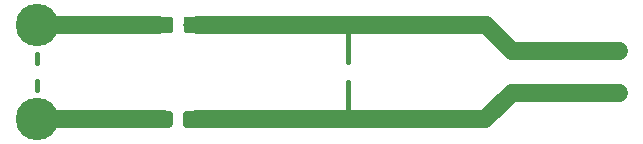
<source format=gbr>
G04 #@! TF.GenerationSoftware,KiCad,Pcbnew,(5.0.2)-1*
G04 #@! TF.CreationDate,2020-02-27T16:12:16-06:00*
G04 #@! TF.ProjectId,tri-slot-feedlines,7472692d-736c-46f7-942d-666565646c69,rev?*
G04 #@! TF.SameCoordinates,Original*
G04 #@! TF.FileFunction,Copper,L1,Top*
G04 #@! TF.FilePolarity,Positive*
%FSLAX46Y46*%
G04 Gerber Fmt 4.6, Leading zero omitted, Abs format (unit mm)*
G04 Created by KiCad (PCBNEW (5.0.2)-1) date 2/27/2020 4:12:16 PM*
%MOMM*%
%LPD*%
G01*
G04 APERTURE LIST*
G04 #@! TA.AperFunction,Conductor*
%ADD10C,0.100000*%
G04 #@! TD*
G04 #@! TA.AperFunction,SMDPad,CuDef*
%ADD11C,1.150000*%
G04 #@! TD*
G04 #@! TA.AperFunction,ComponentPad*
%ADD12C,3.600000*%
G04 #@! TD*
G04 #@! TA.AperFunction,ViaPad*
%ADD13C,0.800000*%
G04 #@! TD*
G04 #@! TA.AperFunction,Conductor*
%ADD14C,1.500000*%
G04 #@! TD*
G04 #@! TA.AperFunction,Conductor*
%ADD15C,1.000000*%
G04 #@! TD*
G04 #@! TA.AperFunction,Conductor*
%ADD16C,0.250000*%
G04 #@! TD*
G04 #@! TA.AperFunction,Conductor*
%ADD17C,0.400000*%
G04 #@! TD*
G04 APERTURE END LIST*
D10*
G04 #@! TO.N,Net-(C2-Pad2)*
G04 #@! TO.C,C2*
G36*
X13074505Y4698796D02*
X13098773Y4695196D01*
X13122572Y4689235D01*
X13145671Y4680970D01*
X13167850Y4670480D01*
X13188893Y4657868D01*
X13208599Y4643253D01*
X13226777Y4626777D01*
X13243253Y4608599D01*
X13257868Y4588893D01*
X13270480Y4567850D01*
X13280970Y4545671D01*
X13289235Y4522572D01*
X13295196Y4498773D01*
X13298796Y4474505D01*
X13300000Y4450001D01*
X13300000Y3549999D01*
X13298796Y3525495D01*
X13295196Y3501227D01*
X13289235Y3477428D01*
X13280970Y3454329D01*
X13270480Y3432150D01*
X13257868Y3411107D01*
X13243253Y3391401D01*
X13226777Y3373223D01*
X13208599Y3356747D01*
X13188893Y3342132D01*
X13167850Y3329520D01*
X13145671Y3319030D01*
X13122572Y3310765D01*
X13098773Y3304804D01*
X13074505Y3301204D01*
X13050001Y3300000D01*
X12399999Y3300000D01*
X12375495Y3301204D01*
X12351227Y3304804D01*
X12327428Y3310765D01*
X12304329Y3319030D01*
X12282150Y3329520D01*
X12261107Y3342132D01*
X12241401Y3356747D01*
X12223223Y3373223D01*
X12206747Y3391401D01*
X12192132Y3411107D01*
X12179520Y3432150D01*
X12169030Y3454329D01*
X12160765Y3477428D01*
X12154804Y3501227D01*
X12151204Y3525495D01*
X12150000Y3549999D01*
X12150000Y4450001D01*
X12151204Y4474505D01*
X12154804Y4498773D01*
X12160765Y4522572D01*
X12169030Y4545671D01*
X12179520Y4567850D01*
X12192132Y4588893D01*
X12206747Y4608599D01*
X12223223Y4626777D01*
X12241401Y4643253D01*
X12261107Y4657868D01*
X12282150Y4670480D01*
X12304329Y4680970D01*
X12327428Y4689235D01*
X12351227Y4695196D01*
X12375495Y4698796D01*
X12399999Y4700000D01*
X13050001Y4700000D01*
X13074505Y4698796D01*
X13074505Y4698796D01*
G37*
D11*
G04 #@! TD*
G04 #@! TO.P,C2,2*
G04 #@! TO.N,Net-(C2-Pad2)*
X12725000Y4000000D03*
D10*
G04 #@! TO.N,/feed_r*
G04 #@! TO.C,C2*
G36*
X15124505Y4698796D02*
X15148773Y4695196D01*
X15172572Y4689235D01*
X15195671Y4680970D01*
X15217850Y4670480D01*
X15238893Y4657868D01*
X15258599Y4643253D01*
X15276777Y4626777D01*
X15293253Y4608599D01*
X15307868Y4588893D01*
X15320480Y4567850D01*
X15330970Y4545671D01*
X15339235Y4522572D01*
X15345196Y4498773D01*
X15348796Y4474505D01*
X15350000Y4450001D01*
X15350000Y3549999D01*
X15348796Y3525495D01*
X15345196Y3501227D01*
X15339235Y3477428D01*
X15330970Y3454329D01*
X15320480Y3432150D01*
X15307868Y3411107D01*
X15293253Y3391401D01*
X15276777Y3373223D01*
X15258599Y3356747D01*
X15238893Y3342132D01*
X15217850Y3329520D01*
X15195671Y3319030D01*
X15172572Y3310765D01*
X15148773Y3304804D01*
X15124505Y3301204D01*
X15100001Y3300000D01*
X14449999Y3300000D01*
X14425495Y3301204D01*
X14401227Y3304804D01*
X14377428Y3310765D01*
X14354329Y3319030D01*
X14332150Y3329520D01*
X14311107Y3342132D01*
X14291401Y3356747D01*
X14273223Y3373223D01*
X14256747Y3391401D01*
X14242132Y3411107D01*
X14229520Y3432150D01*
X14219030Y3454329D01*
X14210765Y3477428D01*
X14204804Y3501227D01*
X14201204Y3525495D01*
X14200000Y3549999D01*
X14200000Y4450001D01*
X14201204Y4474505D01*
X14204804Y4498773D01*
X14210765Y4522572D01*
X14219030Y4545671D01*
X14229520Y4567850D01*
X14242132Y4588893D01*
X14256747Y4608599D01*
X14273223Y4626777D01*
X14291401Y4643253D01*
X14311107Y4657868D01*
X14332150Y4670480D01*
X14354329Y4680970D01*
X14377428Y4689235D01*
X14401227Y4695196D01*
X14425495Y4698796D01*
X14449999Y4700000D01*
X15100001Y4700000D01*
X15124505Y4698796D01*
X15124505Y4698796D01*
G37*
D11*
G04 #@! TD*
G04 #@! TO.P,C2,1*
G04 #@! TO.N,/feed_r*
X14775000Y4000000D03*
D10*
G04 #@! TO.N,/feed_l*
G04 #@! TO.C,C1*
G36*
X15090505Y-3301204D02*
X15114773Y-3304804D01*
X15138572Y-3310765D01*
X15161671Y-3319030D01*
X15183850Y-3329520D01*
X15204893Y-3342132D01*
X15224599Y-3356747D01*
X15242777Y-3373223D01*
X15259253Y-3391401D01*
X15273868Y-3411107D01*
X15286480Y-3432150D01*
X15296970Y-3454329D01*
X15305235Y-3477428D01*
X15311196Y-3501227D01*
X15314796Y-3525495D01*
X15316000Y-3549999D01*
X15316000Y-4450001D01*
X15314796Y-4474505D01*
X15311196Y-4498773D01*
X15305235Y-4522572D01*
X15296970Y-4545671D01*
X15286480Y-4567850D01*
X15273868Y-4588893D01*
X15259253Y-4608599D01*
X15242777Y-4626777D01*
X15224599Y-4643253D01*
X15204893Y-4657868D01*
X15183850Y-4670480D01*
X15161671Y-4680970D01*
X15138572Y-4689235D01*
X15114773Y-4695196D01*
X15090505Y-4698796D01*
X15066001Y-4700000D01*
X14415999Y-4700000D01*
X14391495Y-4698796D01*
X14367227Y-4695196D01*
X14343428Y-4689235D01*
X14320329Y-4680970D01*
X14298150Y-4670480D01*
X14277107Y-4657868D01*
X14257401Y-4643253D01*
X14239223Y-4626777D01*
X14222747Y-4608599D01*
X14208132Y-4588893D01*
X14195520Y-4567850D01*
X14185030Y-4545671D01*
X14176765Y-4522572D01*
X14170804Y-4498773D01*
X14167204Y-4474505D01*
X14166000Y-4450001D01*
X14166000Y-3549999D01*
X14167204Y-3525495D01*
X14170804Y-3501227D01*
X14176765Y-3477428D01*
X14185030Y-3454329D01*
X14195520Y-3432150D01*
X14208132Y-3411107D01*
X14222747Y-3391401D01*
X14239223Y-3373223D01*
X14257401Y-3356747D01*
X14277107Y-3342132D01*
X14298150Y-3329520D01*
X14320329Y-3319030D01*
X14343428Y-3310765D01*
X14367227Y-3304804D01*
X14391495Y-3301204D01*
X14415999Y-3300000D01*
X15066001Y-3300000D01*
X15090505Y-3301204D01*
X15090505Y-3301204D01*
G37*
D11*
G04 #@! TD*
G04 #@! TO.P,C1,1*
G04 #@! TO.N,/feed_l*
X14741000Y-4000000D03*
D10*
G04 #@! TO.N,Net-(C1-Pad2)*
G04 #@! TO.C,C1*
G36*
X13040505Y-3301204D02*
X13064773Y-3304804D01*
X13088572Y-3310765D01*
X13111671Y-3319030D01*
X13133850Y-3329520D01*
X13154893Y-3342132D01*
X13174599Y-3356747D01*
X13192777Y-3373223D01*
X13209253Y-3391401D01*
X13223868Y-3411107D01*
X13236480Y-3432150D01*
X13246970Y-3454329D01*
X13255235Y-3477428D01*
X13261196Y-3501227D01*
X13264796Y-3525495D01*
X13266000Y-3549999D01*
X13266000Y-4450001D01*
X13264796Y-4474505D01*
X13261196Y-4498773D01*
X13255235Y-4522572D01*
X13246970Y-4545671D01*
X13236480Y-4567850D01*
X13223868Y-4588893D01*
X13209253Y-4608599D01*
X13192777Y-4626777D01*
X13174599Y-4643253D01*
X13154893Y-4657868D01*
X13133850Y-4670480D01*
X13111671Y-4680970D01*
X13088572Y-4689235D01*
X13064773Y-4695196D01*
X13040505Y-4698796D01*
X13016001Y-4700000D01*
X12365999Y-4700000D01*
X12341495Y-4698796D01*
X12317227Y-4695196D01*
X12293428Y-4689235D01*
X12270329Y-4680970D01*
X12248150Y-4670480D01*
X12227107Y-4657868D01*
X12207401Y-4643253D01*
X12189223Y-4626777D01*
X12172747Y-4608599D01*
X12158132Y-4588893D01*
X12145520Y-4567850D01*
X12135030Y-4545671D01*
X12126765Y-4522572D01*
X12120804Y-4498773D01*
X12117204Y-4474505D01*
X12116000Y-4450001D01*
X12116000Y-3549999D01*
X12117204Y-3525495D01*
X12120804Y-3501227D01*
X12126765Y-3477428D01*
X12135030Y-3454329D01*
X12145520Y-3432150D01*
X12158132Y-3411107D01*
X12172747Y-3391401D01*
X12189223Y-3373223D01*
X12207401Y-3356747D01*
X12227107Y-3342132D01*
X12248150Y-3329520D01*
X12270329Y-3319030D01*
X12293428Y-3310765D01*
X12317227Y-3304804D01*
X12341495Y-3301204D01*
X12365999Y-3300000D01*
X13016001Y-3300000D01*
X13040505Y-3301204D01*
X13040505Y-3301204D01*
G37*
D11*
G04 #@! TD*
G04 #@! TO.P,C1,2*
G04 #@! TO.N,Net-(C1-Pad2)*
X12691000Y-4000000D03*
D12*
G04 #@! TO.P,slot_l1,1*
G04 #@! TO.N,Net-(C1-Pad2)*
X1750000Y-4000000D03*
G04 #@! TD*
G04 #@! TO.P,slot_r1,1*
G04 #@! TO.N,Net-(C2-Pad2)*
X1750000Y4000000D03*
G04 #@! TD*
D13*
G04 #@! TO.N,/feed_l*
X21000000Y-4000000D03*
X25750000Y-4000000D03*
X30750000Y-4000000D03*
X42000000Y-1760010D03*
X46000000Y-1800000D03*
X50000000Y-1760010D03*
X16500000Y-4000000D03*
X39750000Y-4000000D03*
X35500000Y-4000000D03*
G04 #@! TO.N,Net-(C1-Pad2)*
X7000000Y-4000000D03*
X11000000Y-4000000D03*
G04 #@! TO.N,Net-(C2-Pad2)*
X7000000Y4000000D03*
X11000000Y4000000D03*
G04 #@! TO.N,/feed_r*
X21000000Y4000000D03*
X25750000Y4000000D03*
X30750000Y4000000D03*
X42000000Y1800000D03*
X46000000Y1760010D03*
X50000000Y1760010D03*
X16500000Y4000000D03*
X39800000Y4000000D03*
X35500000Y4000000D03*
G04 #@! TD*
D14*
G04 #@! TO.N,/feed_l*
X19025000Y-4000000D02*
X19700000Y-4000000D01*
X49900000Y-1760010D02*
X50000000Y-1760010D01*
X21000000Y-4000000D02*
X25000000Y-4000000D01*
X42000000Y-1760010D02*
X49900000Y-1760010D01*
X50000000Y-1760010D02*
X51039990Y-1760010D01*
X19025000Y-4000000D02*
X20000000Y-4000000D01*
X20000000Y-4000000D02*
X21000000Y-4000000D01*
X16500000Y-4000000D02*
X20000000Y-4000000D01*
X32760010Y-4000000D02*
X33000000Y-4000000D01*
X41989990Y-1760010D02*
X42000000Y-1760010D01*
X39750000Y-4000000D02*
X41989990Y-1760010D01*
X39750000Y-4000000D02*
X39750000Y-4000000D01*
X33000000Y-4000000D02*
X32760010Y-4000000D01*
X37750000Y-4000000D02*
X36000000Y-4000000D01*
X29000000Y-4000000D02*
X36000000Y-4000000D01*
X36000000Y-4000000D02*
X36750000Y-4000000D01*
X39750000Y-4000000D02*
X36000000Y-4000000D01*
D15*
X14741000Y-4000000D02*
X15366500Y-4000000D01*
D14*
X16500000Y-4000000D02*
X15366500Y-4000000D01*
D16*
X28130500Y-4000000D02*
X28130500Y-1079500D01*
D14*
X28003500Y-4000000D02*
X29000000Y-4000000D01*
X25000000Y-4000000D02*
X28003500Y-4000000D01*
D17*
X28130500Y-3873000D02*
X28003500Y-4000000D01*
X28130500Y-1079500D02*
X28130500Y-3873000D01*
X28130500Y-1079500D02*
X28130500Y-825500D01*
D14*
G04 #@! TO.N,Net-(C1-Pad2)*
X7000000Y-4000000D02*
X2750000Y-4000000D01*
X10000000Y-4000000D02*
X7000000Y-4000000D01*
X12475000Y-4000000D02*
X10000000Y-4000000D01*
G04 #@! TO.N,Net-(C2-Pad2)*
X7000000Y4000000D02*
X2750000Y4000000D01*
X10000000Y4000000D02*
X7000000Y4000000D01*
D15*
X12050000Y4000000D02*
X12049500Y4000500D01*
X12725000Y4000000D02*
X12050000Y4000000D01*
D14*
X7000000Y4000000D02*
X12050000Y4000000D01*
D17*
X1750000Y1500000D02*
X1750000Y750000D01*
X1750000Y-750000D02*
X1750000Y-1500000D01*
D14*
G04 #@! TO.N,/feed_r*
X47900000Y1760010D02*
X50000000Y1760010D01*
X47900000Y1760010D02*
X49860010Y1760010D01*
X46000000Y1760010D02*
X47900000Y1760010D01*
X50000000Y1760010D02*
X51039990Y1760010D01*
X16500000Y4000000D02*
X22000000Y4000000D01*
X21000000Y4000000D02*
X22000000Y4000000D01*
X22000000Y4000000D02*
X25000000Y4000000D01*
X42039990Y1760010D02*
X46000000Y1760010D01*
X42000000Y1800000D02*
X42039990Y1760010D01*
X39800000Y4000000D02*
X42000000Y1800000D01*
X37800000Y4000000D02*
X36000000Y4000000D01*
X36000000Y4000000D02*
X36800000Y4000000D01*
X39800000Y4000000D02*
X35250000Y4000000D01*
X29000000Y4000000D02*
X35250000Y4000000D01*
X35250000Y4000000D02*
X36000000Y4000000D01*
D15*
X15450000Y4000000D02*
X15450500Y4000500D01*
X14775000Y4000000D02*
X15450000Y4000000D01*
D14*
X16500000Y4000000D02*
X15450000Y4000000D01*
X28130500Y4000000D02*
X29000000Y4000000D01*
X25000000Y4000000D02*
X28130500Y4000000D01*
D17*
X28130500Y4000000D02*
X28130500Y1079500D01*
X28130500Y1079500D02*
X28130500Y825500D01*
G04 #@! TD*
M02*

</source>
